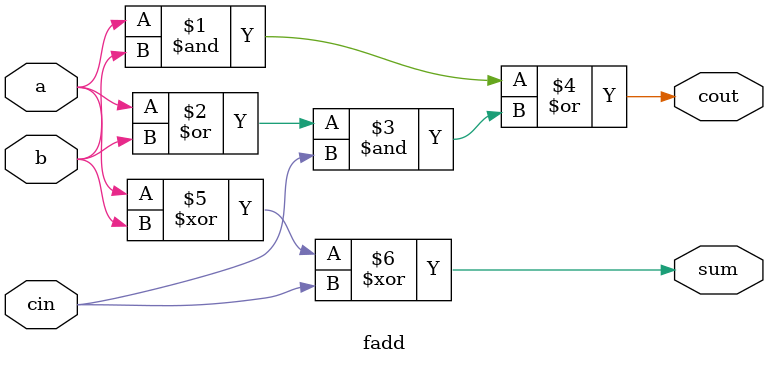
<source format=v>
module top_module (
    input [3:0] x,
    input [3:0] y, 
    output [4:0] sum);
    wire [2:0] carry;
    fadd many1 (x[0], y[0], 0,        carry[0], sum[0]);
    fadd many2 (x[1], y[1], carry[0], carry[1], sum[1]);
    fadd many3 (x[2], y[2], carry[1], carry[2], sum[2]);
    fadd many4 (x[3], y[3], carry[2], sum[4],   sum[3]);


endmodule
module fadd( 
    input a, b, cin,
    output cout, sum );
    assign cout = (a & b) | ((a | b) & cin);
    assign sum = a^b^cin;
endmodule
</source>
